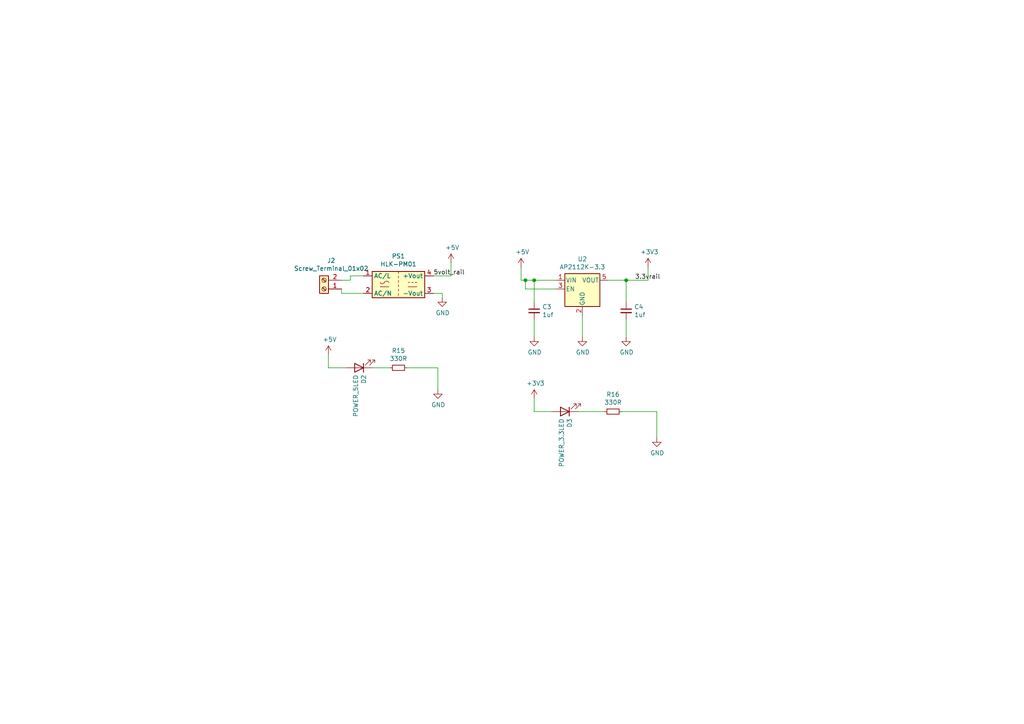
<source format=kicad_sch>
(kicad_sch (version 20211123) (generator eeschema)

  (uuid 290f97ea-0ac4-4048-bda4-aa7f2256f001)

  (paper "A4")

  (title_block
    (title "Power circuit ")
  )

  (lib_symbols
    (symbol "Connector:Screw_Terminal_01x02" (pin_names (offset 1.016) hide) (in_bom yes) (on_board yes)
      (property "Reference" "J" (id 0) (at 0 2.54 0)
        (effects (font (size 1.27 1.27)))
      )
      (property "Value" "Screw_Terminal_01x02" (id 1) (at 0 -5.08 0)
        (effects (font (size 1.27 1.27)))
      )
      (property "Footprint" "" (id 2) (at 0 0 0)
        (effects (font (size 1.27 1.27)) hide)
      )
      (property "Datasheet" "~" (id 3) (at 0 0 0)
        (effects (font (size 1.27 1.27)) hide)
      )
      (property "ki_keywords" "screw terminal" (id 4) (at 0 0 0)
        (effects (font (size 1.27 1.27)) hide)
      )
      (property "ki_description" "Generic screw terminal, single row, 01x02, script generated (kicad-library-utils/schlib/autogen/connector/)" (id 5) (at 0 0 0)
        (effects (font (size 1.27 1.27)) hide)
      )
      (property "ki_fp_filters" "TerminalBlock*:*" (id 6) (at 0 0 0)
        (effects (font (size 1.27 1.27)) hide)
      )
      (symbol "Screw_Terminal_01x02_1_1"
        (rectangle (start -1.27 1.27) (end 1.27 -3.81)
          (stroke (width 0.254) (type default) (color 0 0 0 0))
          (fill (type background))
        )
        (circle (center 0 -2.54) (radius 0.635)
          (stroke (width 0.1524) (type default) (color 0 0 0 0))
          (fill (type none))
        )
        (polyline
          (pts
            (xy -0.5334 -2.2098)
            (xy 0.3302 -3.048)
          )
          (stroke (width 0.1524) (type default) (color 0 0 0 0))
          (fill (type none))
        )
        (polyline
          (pts
            (xy -0.5334 0.3302)
            (xy 0.3302 -0.508)
          )
          (stroke (width 0.1524) (type default) (color 0 0 0 0))
          (fill (type none))
        )
        (polyline
          (pts
            (xy -0.3556 -2.032)
            (xy 0.508 -2.8702)
          )
          (stroke (width 0.1524) (type default) (color 0 0 0 0))
          (fill (type none))
        )
        (polyline
          (pts
            (xy -0.3556 0.508)
            (xy 0.508 -0.3302)
          )
          (stroke (width 0.1524) (type default) (color 0 0 0 0))
          (fill (type none))
        )
        (circle (center 0 0) (radius 0.635)
          (stroke (width 0.1524) (type default) (color 0 0 0 0))
          (fill (type none))
        )
        (pin passive line (at -5.08 0 0) (length 3.81)
          (name "Pin_1" (effects (font (size 1.27 1.27))))
          (number "1" (effects (font (size 1.27 1.27))))
        )
        (pin passive line (at -5.08 -2.54 0) (length 3.81)
          (name "Pin_2" (effects (font (size 1.27 1.27))))
          (number "2" (effects (font (size 1.27 1.27))))
        )
      )
    )
    (symbol "Converter_ACDC:HLK-PM01" (in_bom yes) (on_board yes)
      (property "Reference" "PS" (id 0) (at 0 5.08 0)
        (effects (font (size 1.27 1.27)))
      )
      (property "Value" "HLK-PM01" (id 1) (at 0 -5.08 0)
        (effects (font (size 1.27 1.27)))
      )
      (property "Footprint" "Converter_ACDC:Converter_ACDC_HiLink_HLK-PMxx" (id 2) (at 0 -7.62 0)
        (effects (font (size 1.27 1.27)) hide)
      )
      (property "Datasheet" "http://www.hlktech.net/product_detail.php?ProId=54" (id 3) (at 10.16 -8.89 0)
        (effects (font (size 1.27 1.27)) hide)
      )
      (property "ki_keywords" "AC/DC module power supply" (id 4) (at 0 0 0)
        (effects (font (size 1.27 1.27)) hide)
      )
      (property "ki_description" "Compact AC/DC board mount power module 3W 5V" (id 5) (at 0 0 0)
        (effects (font (size 1.27 1.27)) hide)
      )
      (property "ki_fp_filters" "Converter*ACDC*HiLink*HLK?PM*" (id 6) (at 0 0 0)
        (effects (font (size 1.27 1.27)) hide)
      )
      (symbol "HLK-PM01_0_1"
        (rectangle (start -7.62 3.81) (end 7.62 -3.81)
          (stroke (width 0.254) (type default) (color 0 0 0 0))
          (fill (type background))
        )
        (arc (start -5.334 0.635) (mid -4.699 0.2495) (end -4.064 0.635)
          (stroke (width 0) (type default) (color 0 0 0 0))
          (fill (type none))
        )
        (arc (start -2.794 0.635) (mid -3.429 1.0072) (end -4.064 0.635)
          (stroke (width 0) (type default) (color 0 0 0 0))
          (fill (type none))
        )
        (polyline
          (pts
            (xy -5.334 -0.635)
            (xy -2.794 -0.635)
          )
          (stroke (width 0) (type default) (color 0 0 0 0))
          (fill (type none))
        )
        (polyline
          (pts
            (xy 0 -2.54)
            (xy 0 -3.175)
          )
          (stroke (width 0) (type default) (color 0 0 0 0))
          (fill (type none))
        )
        (polyline
          (pts
            (xy 0 -1.27)
            (xy 0 -1.905)
          )
          (stroke (width 0) (type default) (color 0 0 0 0))
          (fill (type none))
        )
        (polyline
          (pts
            (xy 0 0)
            (xy 0 -0.635)
          )
          (stroke (width 0) (type default) (color 0 0 0 0))
          (fill (type none))
        )
        (polyline
          (pts
            (xy 0 1.27)
            (xy 0 0.635)
          )
          (stroke (width 0) (type default) (color 0 0 0 0))
          (fill (type none))
        )
        (polyline
          (pts
            (xy 0 2.54)
            (xy 0 1.905)
          )
          (stroke (width 0) (type default) (color 0 0 0 0))
          (fill (type none))
        )
        (polyline
          (pts
            (xy 0 3.81)
            (xy 0 3.175)
          )
          (stroke (width 0) (type default) (color 0 0 0 0))
          (fill (type none))
        )
        (polyline
          (pts
            (xy 2.794 -0.635)
            (xy 5.334 -0.635)
          )
          (stroke (width 0) (type default) (color 0 0 0 0))
          (fill (type none))
        )
        (polyline
          (pts
            (xy 2.794 0.635)
            (xy 3.302 0.635)
          )
          (stroke (width 0) (type default) (color 0 0 0 0))
          (fill (type none))
        )
        (polyline
          (pts
            (xy 3.81 0.635)
            (xy 4.318 0.635)
          )
          (stroke (width 0) (type default) (color 0 0 0 0))
          (fill (type none))
        )
        (polyline
          (pts
            (xy 4.826 0.635)
            (xy 5.334 0.635)
          )
          (stroke (width 0) (type default) (color 0 0 0 0))
          (fill (type none))
        )
      )
      (symbol "HLK-PM01_1_1"
        (pin power_in line (at -10.16 2.54 0) (length 2.54)
          (name "AC/L" (effects (font (size 1.27 1.27))))
          (number "1" (effects (font (size 1.27 1.27))))
        )
        (pin power_in line (at -10.16 -2.54 0) (length 2.54)
          (name "AC/N" (effects (font (size 1.27 1.27))))
          (number "2" (effects (font (size 1.27 1.27))))
        )
        (pin power_out line (at 10.16 -2.54 180) (length 2.54)
          (name "-Vout" (effects (font (size 1.27 1.27))))
          (number "3" (effects (font (size 1.27 1.27))))
        )
        (pin power_out line (at 10.16 2.54 180) (length 2.54)
          (name "+Vout" (effects (font (size 1.27 1.27))))
          (number "4" (effects (font (size 1.27 1.27))))
        )
      )
    )
    (symbol "Device:C_Small" (pin_numbers hide) (pin_names (offset 0.254) hide) (in_bom yes) (on_board yes)
      (property "Reference" "C" (id 0) (at 0.254 1.778 0)
        (effects (font (size 1.27 1.27)) (justify left))
      )
      (property "Value" "C_Small" (id 1) (at 0.254 -2.032 0)
        (effects (font (size 1.27 1.27)) (justify left))
      )
      (property "Footprint" "" (id 2) (at 0 0 0)
        (effects (font (size 1.27 1.27)) hide)
      )
      (property "Datasheet" "~" (id 3) (at 0 0 0)
        (effects (font (size 1.27 1.27)) hide)
      )
      (property "ki_keywords" "capacitor cap" (id 4) (at 0 0 0)
        (effects (font (size 1.27 1.27)) hide)
      )
      (property "ki_description" "Unpolarized capacitor, small symbol" (id 5) (at 0 0 0)
        (effects (font (size 1.27 1.27)) hide)
      )
      (property "ki_fp_filters" "C_*" (id 6) (at 0 0 0)
        (effects (font (size 1.27 1.27)) hide)
      )
      (symbol "C_Small_0_1"
        (polyline
          (pts
            (xy -1.524 -0.508)
            (xy 1.524 -0.508)
          )
          (stroke (width 0.3302) (type default) (color 0 0 0 0))
          (fill (type none))
        )
        (polyline
          (pts
            (xy -1.524 0.508)
            (xy 1.524 0.508)
          )
          (stroke (width 0.3048) (type default) (color 0 0 0 0))
          (fill (type none))
        )
      )
      (symbol "C_Small_1_1"
        (pin passive line (at 0 2.54 270) (length 2.032)
          (name "~" (effects (font (size 1.27 1.27))))
          (number "1" (effects (font (size 1.27 1.27))))
        )
        (pin passive line (at 0 -2.54 90) (length 2.032)
          (name "~" (effects (font (size 1.27 1.27))))
          (number "2" (effects (font (size 1.27 1.27))))
        )
      )
    )
    (symbol "Device:LED" (pin_numbers hide) (pin_names (offset 1.016) hide) (in_bom yes) (on_board yes)
      (property "Reference" "D" (id 0) (at 0 2.54 0)
        (effects (font (size 1.27 1.27)))
      )
      (property "Value" "LED" (id 1) (at 0 -2.54 0)
        (effects (font (size 1.27 1.27)))
      )
      (property "Footprint" "" (id 2) (at 0 0 0)
        (effects (font (size 1.27 1.27)) hide)
      )
      (property "Datasheet" "~" (id 3) (at 0 0 0)
        (effects (font (size 1.27 1.27)) hide)
      )
      (property "ki_keywords" "LED diode" (id 4) (at 0 0 0)
        (effects (font (size 1.27 1.27)) hide)
      )
      (property "ki_description" "Light emitting diode" (id 5) (at 0 0 0)
        (effects (font (size 1.27 1.27)) hide)
      )
      (property "ki_fp_filters" "LED* LED_SMD:* LED_THT:*" (id 6) (at 0 0 0)
        (effects (font (size 1.27 1.27)) hide)
      )
      (symbol "LED_0_1"
        (polyline
          (pts
            (xy -1.27 -1.27)
            (xy -1.27 1.27)
          )
          (stroke (width 0.254) (type default) (color 0 0 0 0))
          (fill (type none))
        )
        (polyline
          (pts
            (xy -1.27 0)
            (xy 1.27 0)
          )
          (stroke (width 0) (type default) (color 0 0 0 0))
          (fill (type none))
        )
        (polyline
          (pts
            (xy 1.27 -1.27)
            (xy 1.27 1.27)
            (xy -1.27 0)
            (xy 1.27 -1.27)
          )
          (stroke (width 0.254) (type default) (color 0 0 0 0))
          (fill (type none))
        )
        (polyline
          (pts
            (xy -3.048 -0.762)
            (xy -4.572 -2.286)
            (xy -3.81 -2.286)
            (xy -4.572 -2.286)
            (xy -4.572 -1.524)
          )
          (stroke (width 0) (type default) (color 0 0 0 0))
          (fill (type none))
        )
        (polyline
          (pts
            (xy -1.778 -0.762)
            (xy -3.302 -2.286)
            (xy -2.54 -2.286)
            (xy -3.302 -2.286)
            (xy -3.302 -1.524)
          )
          (stroke (width 0) (type default) (color 0 0 0 0))
          (fill (type none))
        )
      )
      (symbol "LED_1_1"
        (pin passive line (at -3.81 0 0) (length 2.54)
          (name "K" (effects (font (size 1.27 1.27))))
          (number "1" (effects (font (size 1.27 1.27))))
        )
        (pin passive line (at 3.81 0 180) (length 2.54)
          (name "A" (effects (font (size 1.27 1.27))))
          (number "2" (effects (font (size 1.27 1.27))))
        )
      )
    )
    (symbol "Device:R_Small" (pin_numbers hide) (pin_names (offset 0.254) hide) (in_bom yes) (on_board yes)
      (property "Reference" "R" (id 0) (at 0.762 0.508 0)
        (effects (font (size 1.27 1.27)) (justify left))
      )
      (property "Value" "R_Small" (id 1) (at 0.762 -1.016 0)
        (effects (font (size 1.27 1.27)) (justify left))
      )
      (property "Footprint" "" (id 2) (at 0 0 0)
        (effects (font (size 1.27 1.27)) hide)
      )
      (property "Datasheet" "~" (id 3) (at 0 0 0)
        (effects (font (size 1.27 1.27)) hide)
      )
      (property "ki_keywords" "R resistor" (id 4) (at 0 0 0)
        (effects (font (size 1.27 1.27)) hide)
      )
      (property "ki_description" "Resistor, small symbol" (id 5) (at 0 0 0)
        (effects (font (size 1.27 1.27)) hide)
      )
      (property "ki_fp_filters" "R_*" (id 6) (at 0 0 0)
        (effects (font (size 1.27 1.27)) hide)
      )
      (symbol "R_Small_0_1"
        (rectangle (start -0.762 1.778) (end 0.762 -1.778)
          (stroke (width 0.2032) (type default) (color 0 0 0 0))
          (fill (type none))
        )
      )
      (symbol "R_Small_1_1"
        (pin passive line (at 0 2.54 270) (length 0.762)
          (name "~" (effects (font (size 1.27 1.27))))
          (number "1" (effects (font (size 1.27 1.27))))
        )
        (pin passive line (at 0 -2.54 90) (length 0.762)
          (name "~" (effects (font (size 1.27 1.27))))
          (number "2" (effects (font (size 1.27 1.27))))
        )
      )
    )
    (symbol "iot-master-rescue:+3.3V-power" (power) (pin_names (offset 0)) (in_bom yes) (on_board yes)
      (property "Reference" "#PWR" (id 0) (at 0 -3.81 0)
        (effects (font (size 1.27 1.27)) hide)
      )
      (property "Value" "+3.3V-power" (id 1) (at 0 3.556 0)
        (effects (font (size 1.27 1.27)))
      )
      (property "Footprint" "" (id 2) (at 0 0 0)
        (effects (font (size 1.27 1.27)) hide)
      )
      (property "Datasheet" "" (id 3) (at 0 0 0)
        (effects (font (size 1.27 1.27)) hide)
      )
      (symbol "+3.3V-power_0_1"
        (polyline
          (pts
            (xy -0.762 1.27)
            (xy 0 2.54)
          )
          (stroke (width 0) (type default) (color 0 0 0 0))
          (fill (type none))
        )
        (polyline
          (pts
            (xy 0 0)
            (xy 0 2.54)
          )
          (stroke (width 0) (type default) (color 0 0 0 0))
          (fill (type none))
        )
        (polyline
          (pts
            (xy 0 2.54)
            (xy 0.762 1.27)
          )
          (stroke (width 0) (type default) (color 0 0 0 0))
          (fill (type none))
        )
      )
      (symbol "+3.3V-power_1_1"
        (pin power_in line (at 0 0 90) (length 0) hide
          (name "+3V3" (effects (font (size 1.27 1.27))))
          (number "1" (effects (font (size 1.27 1.27))))
        )
      )
    )
    (symbol "iot-master-rescue:AP2112K-3.3-Regulator_Linear" (pin_names (offset 0.254)) (in_bom yes) (on_board yes)
      (property "Reference" "U" (id 0) (at -5.08 5.715 0)
        (effects (font (size 1.27 1.27)) (justify left))
      )
      (property "Value" "AP2112K-3.3-Regulator_Linear" (id 1) (at 0 5.715 0)
        (effects (font (size 1.27 1.27)) (justify left))
      )
      (property "Footprint" "Package_TO_SOT_SMD:SOT-23-5" (id 2) (at 0 8.255 0)
        (effects (font (size 1.27 1.27)) hide)
      )
      (property "Datasheet" "" (id 3) (at 0 2.54 0)
        (effects (font (size 1.27 1.27)) hide)
      )
      (property "ki_fp_filters" "SOT?23?5*" (id 4) (at 0 0 0)
        (effects (font (size 1.27 1.27)) hide)
      )
      (symbol "AP2112K-3.3-Regulator_Linear_0_1"
        (rectangle (start -5.08 4.445) (end 5.08 -5.08)
          (stroke (width 0.254) (type default) (color 0 0 0 0))
          (fill (type background))
        )
      )
      (symbol "AP2112K-3.3-Regulator_Linear_1_1"
        (pin power_in line (at -7.62 2.54 0) (length 2.54)
          (name "VIN" (effects (font (size 1.27 1.27))))
          (number "1" (effects (font (size 1.27 1.27))))
        )
        (pin power_in line (at 0 -7.62 90) (length 2.54)
          (name "GND" (effects (font (size 1.27 1.27))))
          (number "2" (effects (font (size 1.27 1.27))))
        )
        (pin input line (at -7.62 0 0) (length 2.54)
          (name "EN" (effects (font (size 1.27 1.27))))
          (number "3" (effects (font (size 1.27 1.27))))
        )
        (pin no_connect line (at 7.62 0 180) (length 2.54) hide
          (name "NC" (effects (font (size 1.27 1.27))))
          (number "4" (effects (font (size 1.27 1.27))))
        )
        (pin power_out line (at 7.62 2.54 180) (length 2.54)
          (name "VOUT" (effects (font (size 1.27 1.27))))
          (number "5" (effects (font (size 1.27 1.27))))
        )
      )
    )
    (symbol "power:+5V" (power) (pin_names (offset 0)) (in_bom yes) (on_board yes)
      (property "Reference" "#PWR" (id 0) (at 0 -3.81 0)
        (effects (font (size 1.27 1.27)) hide)
      )
      (property "Value" "+5V" (id 1) (at 0 3.556 0)
        (effects (font (size 1.27 1.27)))
      )
      (property "Footprint" "" (id 2) (at 0 0 0)
        (effects (font (size 1.27 1.27)) hide)
      )
      (property "Datasheet" "" (id 3) (at 0 0 0)
        (effects (font (size 1.27 1.27)) hide)
      )
      (property "ki_keywords" "power-flag" (id 4) (at 0 0 0)
        (effects (font (size 1.27 1.27)) hide)
      )
      (property "ki_description" "Power symbol creates a global label with name \"+5V\"" (id 5) (at 0 0 0)
        (effects (font (size 1.27 1.27)) hide)
      )
      (symbol "+5V_0_1"
        (polyline
          (pts
            (xy -0.762 1.27)
            (xy 0 2.54)
          )
          (stroke (width 0) (type default) (color 0 0 0 0))
          (fill (type none))
        )
        (polyline
          (pts
            (xy 0 0)
            (xy 0 2.54)
          )
          (stroke (width 0) (type default) (color 0 0 0 0))
          (fill (type none))
        )
        (polyline
          (pts
            (xy 0 2.54)
            (xy 0.762 1.27)
          )
          (stroke (width 0) (type default) (color 0 0 0 0))
          (fill (type none))
        )
      )
      (symbol "+5V_1_1"
        (pin power_in line (at 0 0 90) (length 0) hide
          (name "+5V" (effects (font (size 1.27 1.27))))
          (number "1" (effects (font (size 1.27 1.27))))
        )
      )
    )
    (symbol "power:GND" (power) (pin_names (offset 0)) (in_bom yes) (on_board yes)
      (property "Reference" "#PWR" (id 0) (at 0 -6.35 0)
        (effects (font (size 1.27 1.27)) hide)
      )
      (property "Value" "GND" (id 1) (at 0 -3.81 0)
        (effects (font (size 1.27 1.27)))
      )
      (property "Footprint" "" (id 2) (at 0 0 0)
        (effects (font (size 1.27 1.27)) hide)
      )
      (property "Datasheet" "" (id 3) (at 0 0 0)
        (effects (font (size 1.27 1.27)) hide)
      )
      (property "ki_keywords" "power-flag" (id 4) (at 0 0 0)
        (effects (font (size 1.27 1.27)) hide)
      )
      (property "ki_description" "Power symbol creates a global label with name \"GND\" , ground" (id 5) (at 0 0 0)
        (effects (font (size 1.27 1.27)) hide)
      )
      (symbol "GND_0_1"
        (polyline
          (pts
            (xy 0 0)
            (xy 0 -1.27)
            (xy 1.27 -1.27)
            (xy 0 -2.54)
            (xy -1.27 -1.27)
            (xy 0 -1.27)
          )
          (stroke (width 0) (type default) (color 0 0 0 0))
          (fill (type none))
        )
      )
      (symbol "GND_1_1"
        (pin power_in line (at 0 0 270) (length 0) hide
          (name "GND" (effects (font (size 1.27 1.27))))
          (number "1" (effects (font (size 1.27 1.27))))
        )
      )
    )
  )

  (junction (at 154.94 81.28) (diameter 0) (color 0 0 0 0)
    (uuid a769c625-45bf-4d43-984f-3b9a5064299f)
  )
  (junction (at 152.4 81.28) (diameter 0) (color 0 0 0 0)
    (uuid bb3eca07-046b-4840-a1be-2cef2928f453)
  )
  (junction (at 181.61 81.28) (diameter 0) (color 0 0 0 0)
    (uuid d3ea00ca-2c21-47a6-bad2-dde2e19e8aaa)
  )

  (wire (pts (xy 181.61 81.28) (xy 187.96 81.28))
    (stroke (width 0) (type default) (color 0 0 0 0))
    (uuid 00a2af15-1118-426a-94f4-5534400a0b23)
  )
  (wire (pts (xy 130.81 76.2) (xy 130.81 80.01))
    (stroke (width 0) (type default) (color 0 0 0 0))
    (uuid 0496f588-fa07-4efe-aee1-6d6b60d42645)
  )
  (wire (pts (xy 154.94 119.38) (xy 160.02 119.38))
    (stroke (width 0) (type default) (color 0 0 0 0))
    (uuid 09d0bea2-10bd-4f05-a4f2-99ca91b84383)
  )
  (wire (pts (xy 151.13 81.28) (xy 151.13 77.47))
    (stroke (width 0) (type default) (color 0 0 0 0))
    (uuid 0b98c330-5746-4ebb-9729-0156c9b8ef19)
  )
  (wire (pts (xy 152.4 83.82) (xy 152.4 81.28))
    (stroke (width 0) (type default) (color 0 0 0 0))
    (uuid 101f2957-7c70-4d9b-917c-c4151bafd050)
  )
  (wire (pts (xy 113.03 106.68) (xy 107.95 106.68))
    (stroke (width 0) (type default) (color 0 0 0 0))
    (uuid 19734aa7-30c9-427a-b0cb-209a634f49ac)
  )
  (wire (pts (xy 154.94 81.28) (xy 152.4 81.28))
    (stroke (width 0) (type default) (color 0 0 0 0))
    (uuid 220e6659-06dc-475b-89b2-e473880b1e89)
  )
  (wire (pts (xy 101.6 81.28) (xy 101.6 80.01))
    (stroke (width 0) (type default) (color 0 0 0 0))
    (uuid 2d09fda0-38a6-4b10-a63f-51a9675fa17a)
  )
  (wire (pts (xy 127 106.68) (xy 127 113.03))
    (stroke (width 0) (type default) (color 0 0 0 0))
    (uuid 3c6730e0-8ed7-408f-b30e-6c6d47e79fd5)
  )
  (wire (pts (xy 181.61 92.71) (xy 181.61 97.79))
    (stroke (width 0) (type default) (color 0 0 0 0))
    (uuid 50030b2b-74aa-4d33-8495-bf93c8b85ad2)
  )
  (wire (pts (xy 99.06 81.28) (xy 101.6 81.28))
    (stroke (width 0) (type default) (color 0 0 0 0))
    (uuid 5a7d2be4-1f6d-49ee-9192-f63aba641e52)
  )
  (wire (pts (xy 190.5 119.38) (xy 190.5 127))
    (stroke (width 0) (type default) (color 0 0 0 0))
    (uuid 5bddb066-4c34-4f8a-b9fa-0f6e56dc3191)
  )
  (wire (pts (xy 187.96 81.28) (xy 187.96 77.47))
    (stroke (width 0) (type default) (color 0 0 0 0))
    (uuid 622701da-48bf-4f2e-a85e-bb7c493b101e)
  )
  (wire (pts (xy 180.34 119.38) (xy 190.5 119.38))
    (stroke (width 0) (type default) (color 0 0 0 0))
    (uuid 652bf5ec-bbf4-4c27-a5e9-0c4d0b8bf958)
  )
  (wire (pts (xy 152.4 81.28) (xy 151.13 81.28))
    (stroke (width 0) (type default) (color 0 0 0 0))
    (uuid 717b3ab0-6ec0-43ff-8c7b-ce1d4af56b7d)
  )
  (wire (pts (xy 95.25 102.87) (xy 95.25 106.68))
    (stroke (width 0) (type default) (color 0 0 0 0))
    (uuid 71fe3cab-140f-43b4-bf40-3c65ebc8210f)
  )
  (wire (pts (xy 154.94 81.28) (xy 154.94 87.63))
    (stroke (width 0) (type default) (color 0 0 0 0))
    (uuid 76986d25-9bc3-4e8e-aed3-4de33e0b8611)
  )
  (wire (pts (xy 168.91 91.44) (xy 168.91 97.79))
    (stroke (width 0) (type default) (color 0 0 0 0))
    (uuid 85939118-b47a-4dee-8ea7-753596894695)
  )
  (wire (pts (xy 99.06 85.09) (xy 105.41 85.09))
    (stroke (width 0) (type default) (color 0 0 0 0))
    (uuid 85c4ebf1-907c-4d3a-85e6-657530a1ed43)
  )
  (wire (pts (xy 118.11 106.68) (xy 127 106.68))
    (stroke (width 0) (type default) (color 0 0 0 0))
    (uuid 8fb71613-3ac3-4346-ac9d-17ed476b1bd2)
  )
  (wire (pts (xy 95.25 106.68) (xy 100.33 106.68))
    (stroke (width 0) (type default) (color 0 0 0 0))
    (uuid 9282e232-2545-4913-8e19-e0af0b41ec46)
  )
  (wire (pts (xy 181.61 81.28) (xy 181.61 87.63))
    (stroke (width 0) (type default) (color 0 0 0 0))
    (uuid 92da6ec2-ea6b-4cb4-a913-99ddab6322bc)
  )
  (wire (pts (xy 128.27 85.09) (xy 128.27 86.36))
    (stroke (width 0) (type default) (color 0 0 0 0))
    (uuid a3e07c91-29f1-47ce-948a-a94367f5c5ba)
  )
  (wire (pts (xy 161.29 83.82) (xy 152.4 83.82))
    (stroke (width 0) (type default) (color 0 0 0 0))
    (uuid a9f0bc4c-658b-4c3e-8e4e-ed1028a4e8e1)
  )
  (wire (pts (xy 167.64 119.38) (xy 175.26 119.38))
    (stroke (width 0) (type default) (color 0 0 0 0))
    (uuid b654cadc-2bbb-44a8-bdea-0883466c711b)
  )
  (wire (pts (xy 125.73 85.09) (xy 128.27 85.09))
    (stroke (width 0) (type default) (color 0 0 0 0))
    (uuid c56ee985-2bc6-4ed3-984c-24333aeb7b08)
  )
  (wire (pts (xy 125.73 80.01) (xy 130.81 80.01))
    (stroke (width 0) (type default) (color 0 0 0 0))
    (uuid cc861c1d-99c8-4fd3-a7da-f282d97e0728)
  )
  (wire (pts (xy 154.94 119.38) (xy 154.94 115.57))
    (stroke (width 0) (type default) (color 0 0 0 0))
    (uuid d5041f36-059b-4a63-982e-e2dad8ed169d)
  )
  (wire (pts (xy 154.94 92.71) (xy 154.94 97.79))
    (stroke (width 0) (type default) (color 0 0 0 0))
    (uuid e216da2c-4882-42db-8b44-ed8c3a73812a)
  )
  (wire (pts (xy 176.53 81.28) (xy 181.61 81.28))
    (stroke (width 0) (type default) (color 0 0 0 0))
    (uuid e3afdeb2-12bd-44ec-974d-084e9a5a300c)
  )
  (wire (pts (xy 161.29 81.28) (xy 154.94 81.28))
    (stroke (width 0) (type default) (color 0 0 0 0))
    (uuid ed3c90ee-f2f5-4bc3-8770-bb6d12a14578)
  )
  (wire (pts (xy 99.06 83.82) (xy 99.06 85.09))
    (stroke (width 0) (type default) (color 0 0 0 0))
    (uuid f1e1ced2-023b-4c4f-9350-b01a7ceff022)
  )
  (wire (pts (xy 101.6 80.01) (xy 105.41 80.01))
    (stroke (width 0) (type default) (color 0 0 0 0))
    (uuid f78de6e5-81e5-43e1-9ee5-a902c09aed23)
  )

  (label "3.3vrail" (at 184.15 81.28 0)
    (effects (font (size 1.27 1.27)) (justify left bottom))
    (uuid b6162037-46b9-48bc-8ac1-adfbf3623a63)
  )
  (label "5volt_rail" (at 125.73 80.01 0)
    (effects (font (size 1.27 1.27)) (justify left bottom))
    (uuid fcdc9c95-6388-46d2-b4a9-14ccc41322a9)
  )

  (symbol (lib_id "iot-master-rescue:+3.3V-power") (at 154.94 115.57 0) (unit 1)
    (in_bom yes) (on_board yes)
    (uuid 00000000-0000-0000-0000-000062ef7051)
    (property "Reference" "#PWR0112" (id 0) (at 154.94 119.38 0)
      (effects (font (size 1.27 1.27)) hide)
    )
    (property "Value" "+3.3V" (id 1) (at 155.321 111.1758 0))
    (property "Footprint" "" (id 2) (at 154.94 115.57 0)
      (effects (font (size 1.27 1.27)) hide)
    )
    (property "Datasheet" "" (id 3) (at 154.94 115.57 0)
      (effects (font (size 1.27 1.27)) hide)
    )
    (pin "1" (uuid 840bc618-6bb4-4460-b81e-1856305631b4))
  )

  (symbol (lib_id "power:GND") (at 190.5 127 0) (unit 1)
    (in_bom yes) (on_board yes)
    (uuid 00000000-0000-0000-0000-000062ef7058)
    (property "Reference" "#PWR0113" (id 0) (at 190.5 133.35 0)
      (effects (font (size 1.27 1.27)) hide)
    )
    (property "Value" "GND" (id 1) (at 190.627 131.3942 0))
    (property "Footprint" "" (id 2) (at 190.5 127 0)
      (effects (font (size 1.27 1.27)) hide)
    )
    (property "Datasheet" "" (id 3) (at 190.5 127 0)
      (effects (font (size 1.27 1.27)) hide)
    )
    (pin "1" (uuid 3855dafa-72ab-4168-bc3f-46991fb20baf))
  )

  (symbol (lib_id "Device:R_Small") (at 177.8 119.38 270) (unit 1)
    (in_bom yes) (on_board yes)
    (uuid 00000000-0000-0000-0000-000062ef7061)
    (property "Reference" "R16" (id 0) (at 177.8 114.4016 90))
    (property "Value" "330R" (id 1) (at 177.8 116.713 90))
    (property "Footprint" "Resistor_SMD:R_0805_2012Metric_Pad1.15x1.40mm_HandSolder" (id 2) (at 177.8 119.38 0)
      (effects (font (size 1.27 1.27)) hide)
    )
    (property "Datasheet" "~" (id 3) (at 177.8 119.38 0)
      (effects (font (size 1.27 1.27)) hide)
    )
    (pin "1" (uuid 68bd97a0-fb08-4249-aa9a-ff62f7e7b2e1))
    (pin "2" (uuid 43be2b9f-2ee3-4ae6-a5a3-85f8b5eb4ca3))
  )

  (symbol (lib_id "Device:LED") (at 163.83 119.38 180) (unit 1)
    (in_bom yes) (on_board yes)
    (uuid 00000000-0000-0000-0000-000062ef7067)
    (property "Reference" "D3" (id 0) (at 165.1762 121.3612 90)
      (effects (font (size 1.27 1.27)) (justify left))
    )
    (property "Value" "POWER_3.3LED" (id 1) (at 162.8648 121.3612 90)
      (effects (font (size 1.27 1.27)) (justify left))
    )
    (property "Footprint" "LED_SMD:LED_1206_3216Metric_Pad1.42x1.75mm_HandSolder" (id 2) (at 163.83 119.38 0)
      (effects (font (size 1.27 1.27)) hide)
    )
    (property "Datasheet" "~" (id 3) (at 163.83 119.38 0)
      (effects (font (size 1.27 1.27)) hide)
    )
    (pin "1" (uuid 07356c06-bb26-4330-8bb5-a3b9108a4b70))
    (pin "2" (uuid dc886c48-c38c-4028-bc06-b93934b44f5a))
  )

  (symbol (lib_id "iot-master-rescue:+3.3V-power") (at 187.96 77.47 0) (unit 1)
    (in_bom yes) (on_board yes)
    (uuid 00000000-0000-0000-0000-000062ef7072)
    (property "Reference" "#PWR0114" (id 0) (at 187.96 81.28 0)
      (effects (font (size 1.27 1.27)) hide)
    )
    (property "Value" "+3.3V" (id 1) (at 188.341 73.0758 0))
    (property "Footprint" "" (id 2) (at 187.96 77.47 0)
      (effects (font (size 1.27 1.27)) hide)
    )
    (property "Datasheet" "" (id 3) (at 187.96 77.47 0)
      (effects (font (size 1.27 1.27)) hide)
    )
    (pin "1" (uuid 320874a4-437d-4785-8c35-d97ae82f07dc))
  )

  (symbol (lib_id "power:GND") (at 181.61 97.79 0) (unit 1)
    (in_bom yes) (on_board yes)
    (uuid 00000000-0000-0000-0000-000062ef707b)
    (property "Reference" "#PWR0115" (id 0) (at 181.61 104.14 0)
      (effects (font (size 1.27 1.27)) hide)
    )
    (property "Value" "GND" (id 1) (at 181.737 102.1842 0))
    (property "Footprint" "" (id 2) (at 181.61 97.79 0)
      (effects (font (size 1.27 1.27)) hide)
    )
    (property "Datasheet" "" (id 3) (at 181.61 97.79 0)
      (effects (font (size 1.27 1.27)) hide)
    )
    (pin "1" (uuid 6101c9e4-716e-44f2-b5ff-09f682a54e60))
  )

  (symbol (lib_id "Device:C_Small") (at 181.61 90.17 0) (unit 1)
    (in_bom yes) (on_board yes)
    (uuid 00000000-0000-0000-0000-000062ef7082)
    (property "Reference" "C4" (id 0) (at 183.9468 89.0016 0)
      (effects (font (size 1.27 1.27)) (justify left))
    )
    (property "Value" "1uf" (id 1) (at 183.9468 91.313 0)
      (effects (font (size 1.27 1.27)) (justify left))
    )
    (property "Footprint" "Resistor_SMD:R_0805_2012Metric_Pad1.15x1.40mm_HandSolder" (id 2) (at 181.61 90.17 0)
      (effects (font (size 1.27 1.27)) hide)
    )
    (property "Datasheet" "~" (id 3) (at 181.61 90.17 0)
      (effects (font (size 1.27 1.27)) hide)
    )
    (pin "1" (uuid f53a407e-0c39-40ef-9c92-1d952d259c85))
    (pin "2" (uuid 029e2566-177d-48e6-861c-7db488038255))
  )

  (symbol (lib_id "power:GND") (at 154.94 97.79 0) (unit 1)
    (in_bom yes) (on_board yes)
    (uuid 00000000-0000-0000-0000-000062ef7089)
    (property "Reference" "#PWR0116" (id 0) (at 154.94 104.14 0)
      (effects (font (size 1.27 1.27)) hide)
    )
    (property "Value" "GND" (id 1) (at 155.067 102.1842 0))
    (property "Footprint" "" (id 2) (at 154.94 97.79 0)
      (effects (font (size 1.27 1.27)) hide)
    )
    (property "Datasheet" "" (id 3) (at 154.94 97.79 0)
      (effects (font (size 1.27 1.27)) hide)
    )
    (pin "1" (uuid 48163c26-419a-442a-8d27-1ccd7dc56300))
  )

  (symbol (lib_id "Device:C_Small") (at 154.94 90.17 0) (unit 1)
    (in_bom yes) (on_board yes)
    (uuid 00000000-0000-0000-0000-000062ef7090)
    (property "Reference" "C3" (id 0) (at 157.2768 89.0016 0)
      (effects (font (size 1.27 1.27)) (justify left))
    )
    (property "Value" "1uf" (id 1) (at 157.2768 91.313 0)
      (effects (font (size 1.27 1.27)) (justify left))
    )
    (property "Footprint" "Resistor_SMD:R_0805_2012Metric_Pad1.15x1.40mm_HandSolder" (id 2) (at 154.94 90.17 0)
      (effects (font (size 1.27 1.27)) hide)
    )
    (property "Datasheet" "~" (id 3) (at 154.94 90.17 0)
      (effects (font (size 1.27 1.27)) hide)
    )
    (pin "1" (uuid e8b9c592-ad96-4830-9f3f-0f2092f7b39e))
    (pin "2" (uuid cac49f4c-e875-4163-8afd-2136f615ba16))
  )

  (symbol (lib_id "power:+5V") (at 151.13 77.47 0) (unit 1)
    (in_bom yes) (on_board yes)
    (uuid 00000000-0000-0000-0000-000062ef7099)
    (property "Reference" "#PWR0117" (id 0) (at 151.13 81.28 0)
      (effects (font (size 1.27 1.27)) hide)
    )
    (property "Value" "+5V" (id 1) (at 151.511 73.0758 0))
    (property "Footprint" "" (id 2) (at 151.13 77.47 0)
      (effects (font (size 1.27 1.27)) hide)
    )
    (property "Datasheet" "" (id 3) (at 151.13 77.47 0)
      (effects (font (size 1.27 1.27)) hide)
    )
    (pin "1" (uuid b04926f5-6f87-4f5c-b16b-b654eada2436))
  )

  (symbol (lib_id "iot-master-rescue:AP2112K-3.3-Regulator_Linear") (at 168.91 83.82 0) (unit 1)
    (in_bom yes) (on_board yes)
    (uuid 00000000-0000-0000-0000-000062ef70a1)
    (property "Reference" "U2" (id 0) (at 168.91 75.1332 0))
    (property "Value" "AP2112K-3.3" (id 1) (at 168.91 77.4446 0))
    (property "Footprint" "Package_TO_SOT_SMD:SOT-23-5" (id 2) (at 168.91 75.565 0)
      (effects (font (size 1.27 1.27)) hide)
    )
    (property "Datasheet" "https://www.diodes.com/assets/Datasheets/AP2112.pdf" (id 3) (at 168.91 81.28 0)
      (effects (font (size 1.27 1.27)) hide)
    )
    (pin "1" (uuid 285b5761-1ed0-4e2c-b8f2-ba518adb9a7b))
    (pin "2" (uuid 41b54c36-b0b6-46df-bbd7-18e2141bc3ed))
    (pin "3" (uuid 57867021-07cd-4f76-9e46-0ee865d8ebb7))
    (pin "4" (uuid f58fd92e-6186-4e80-bcd4-272e31154ee0))
    (pin "5" (uuid db471419-5723-4ff2-8c9c-883db2b665ee))
  )

  (symbol (lib_id "power:GND") (at 127 113.03 0) (unit 1)
    (in_bom yes) (on_board yes)
    (uuid 00000000-0000-0000-0000-000062ef70a7)
    (property "Reference" "#PWR0118" (id 0) (at 127 119.38 0)
      (effects (font (size 1.27 1.27)) hide)
    )
    (property "Value" "GND" (id 1) (at 127.127 117.4242 0))
    (property "Footprint" "" (id 2) (at 127 113.03 0)
      (effects (font (size 1.27 1.27)) hide)
    )
    (property "Datasheet" "" (id 3) (at 127 113.03 0)
      (effects (font (size 1.27 1.27)) hide)
    )
    (pin "1" (uuid 6e896c41-dbe5-4c1c-ab06-0eb18420e708))
  )

  (symbol (lib_id "power:+5V") (at 95.25 102.87 0) (unit 1)
    (in_bom yes) (on_board yes)
    (uuid 00000000-0000-0000-0000-000062ef70b2)
    (property "Reference" "#PWR0119" (id 0) (at 95.25 106.68 0)
      (effects (font (size 1.27 1.27)) hide)
    )
    (property "Value" "+5V" (id 1) (at 95.631 98.4758 0))
    (property "Footprint" "" (id 2) (at 95.25 102.87 0)
      (effects (font (size 1.27 1.27)) hide)
    )
    (property "Datasheet" "" (id 3) (at 95.25 102.87 0)
      (effects (font (size 1.27 1.27)) hide)
    )
    (pin "1" (uuid 8bb7a499-a818-4905-855f-e0821b50c6f5))
  )

  (symbol (lib_id "Device:R_Small") (at 115.57 106.68 270) (unit 1)
    (in_bom yes) (on_board yes)
    (uuid 00000000-0000-0000-0000-000062ef70b8)
    (property "Reference" "R15" (id 0) (at 115.57 101.7016 90))
    (property "Value" "330R" (id 1) (at 115.57 104.013 90))
    (property "Footprint" "Resistor_SMD:R_0805_2012Metric_Pad1.15x1.40mm_HandSolder" (id 2) (at 115.57 106.68 0)
      (effects (font (size 1.27 1.27)) hide)
    )
    (property "Datasheet" "~" (id 3) (at 115.57 106.68 0)
      (effects (font (size 1.27 1.27)) hide)
    )
    (pin "1" (uuid 04010284-bb3e-4217-8241-225723c0682b))
    (pin "2" (uuid eb197efa-f716-40e3-8690-5fb9d30ea259))
  )

  (symbol (lib_id "Device:LED") (at 104.14 106.68 180) (unit 1)
    (in_bom yes) (on_board yes)
    (uuid 00000000-0000-0000-0000-000062ef70be)
    (property "Reference" "D2" (id 0) (at 105.4862 108.6612 90)
      (effects (font (size 1.27 1.27)) (justify left))
    )
    (property "Value" "POWER_5LED" (id 1) (at 103.1748 108.6612 90)
      (effects (font (size 1.27 1.27)) (justify left))
    )
    (property "Footprint" "LED_SMD:LED_1206_3216Metric_Pad1.42x1.75mm_HandSolder" (id 2) (at 104.14 106.68 0)
      (effects (font (size 1.27 1.27)) hide)
    )
    (property "Datasheet" "~" (id 3) (at 104.14 106.68 0)
      (effects (font (size 1.27 1.27)) hide)
    )
    (pin "1" (uuid 5472a5c3-60a1-4a93-b7ed-6bb251bdd347))
    (pin "2" (uuid 86b06378-4649-4ac7-846a-923f86bc8b7c))
  )

  (symbol (lib_id "power:+5V") (at 130.81 76.2 0) (unit 1)
    (in_bom yes) (on_board yes)
    (uuid 00000000-0000-0000-0000-000062ef70c6)
    (property "Reference" "#PWR0120" (id 0) (at 130.81 80.01 0)
      (effects (font (size 1.27 1.27)) hide)
    )
    (property "Value" "+5V" (id 1) (at 131.191 71.8058 0))
    (property "Footprint" "" (id 2) (at 130.81 76.2 0)
      (effects (font (size 1.27 1.27)) hide)
    )
    (property "Datasheet" "" (id 3) (at 130.81 76.2 0)
      (effects (font (size 1.27 1.27)) hide)
    )
    (pin "1" (uuid d943d19f-fe30-4e0e-b51e-a280abf198db))
  )

  (symbol (lib_id "Converter_ACDC:HLK-PM01") (at 115.57 82.55 0) (unit 1)
    (in_bom yes) (on_board yes)
    (uuid 00000000-0000-0000-0000-000062ef70cc)
    (property "Reference" "PS1" (id 0) (at 115.57 74.295 0))
    (property "Value" "HLK-PM01" (id 1) (at 115.57 76.6064 0))
    (property "Footprint" "Converter_ACDC:Converter_ACDC_HiLink_HLK-PMxx" (id 2) (at 115.57 90.17 0)
      (effects (font (size 1.27 1.27)) hide)
    )
    (property "Datasheet" "http://www.hlktech.net/product_detail.php?ProId=54" (id 3) (at 125.73 91.44 0)
      (effects (font (size 1.27 1.27)) hide)
    )
    (pin "1" (uuid fa09e43c-605e-44b9-97f8-4d0949c7e047))
    (pin "2" (uuid fc619cd8-f50b-4a3d-906e-bd8372133725))
    (pin "3" (uuid ad5637de-e280-4b72-a13c-db98fc91ba1b))
    (pin "4" (uuid 6f602dd8-7e5f-4c15-bfc5-d9cfb3bfeb87))
  )

  (symbol (lib_id "power:GND") (at 128.27 86.36 0) (unit 1)
    (in_bom yes) (on_board yes)
    (uuid 00000000-0000-0000-0000-000062ef70d4)
    (property "Reference" "#PWR0121" (id 0) (at 128.27 92.71 0)
      (effects (font (size 1.27 1.27)) hide)
    )
    (property "Value" "GND" (id 1) (at 128.397 90.7542 0))
    (property "Footprint" "" (id 2) (at 128.27 86.36 0)
      (effects (font (size 1.27 1.27)) hide)
    )
    (property "Datasheet" "" (id 3) (at 128.27 86.36 0)
      (effects (font (size 1.27 1.27)) hide)
    )
    (pin "1" (uuid ca2b231d-8e82-4961-ae1e-28341bc9dab6))
  )

  (symbol (lib_id "Connector:Screw_Terminal_01x02") (at 93.98 83.82 180) (unit 1)
    (in_bom yes) (on_board yes)
    (uuid 00000000-0000-0000-0000-000062ef70df)
    (property "Reference" "J2" (id 0) (at 96.0628 75.565 0))
    (property "Value" "Screw_Terminal_01x02" (id 1) (at 96.0628 77.8764 0))
    (property "Footprint" "TerminalBlock:TerminalBlock_bornier-2_P5.08mm" (id 2) (at 93.98 83.82 0)
      (effects (font (size 1.27 1.27)) hide)
    )
    (property "Datasheet" "~" (id 3) (at 93.98 83.82 0)
      (effects (font (size 1.27 1.27)) hide)
    )
    (pin "1" (uuid d3456982-c85c-480a-9183-bbd5fd879c19))
    (pin "2" (uuid bd6347ad-f6e2-4c6e-8d51-dbec1131dc28))
  )

  (symbol (lib_id "power:GND") (at 168.91 97.79 0) (unit 1)
    (in_bom yes) (on_board yes)
    (uuid e76bc692-e02d-44b1-90d2-4ded5e4a7b61)
    (property "Reference" "#PWR?" (id 0) (at 168.91 104.14 0)
      (effects (font (size 1.27 1.27)) hide)
    )
    (property "Value" "GND" (id 1) (at 169.037 102.1842 0))
    (property "Footprint" "" (id 2) (at 168.91 97.79 0)
      (effects (font (size 1.27 1.27)) hide)
    )
    (property "Datasheet" "" (id 3) (at 168.91 97.79 0)
      (effects (font (size 1.27 1.27)) hide)
    )
    (pin "1" (uuid f8b166f2-72db-4d53-b25c-504e2214c713))
  )
)

</source>
